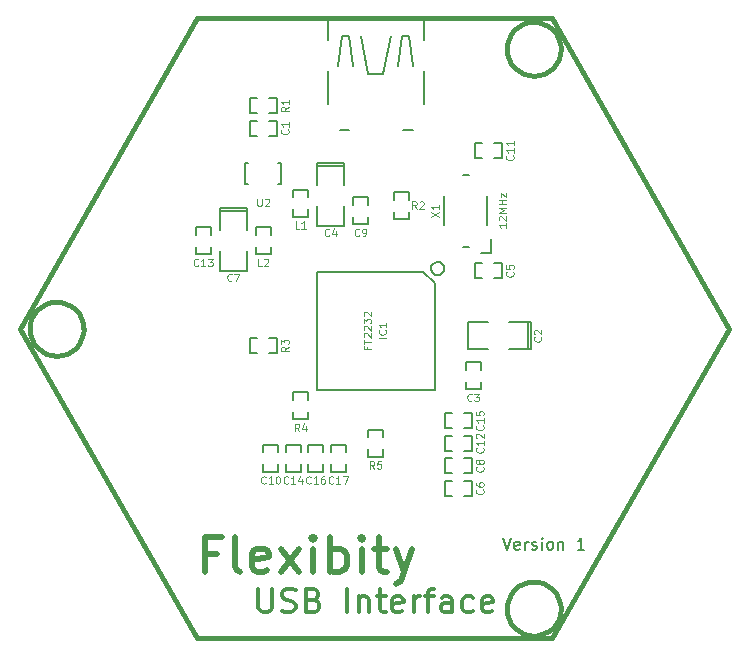
<source format=gto>
G04 (created by PCBNEW-RS274X (2010-03-14)-final) date Fri 27 Jul 2012 11:32:34 MSK*
G01*
G70*
G90*
%MOIN*%
G04 Gerber Fmt 3.4, Leading zero omitted, Abs format*
%FSLAX34Y34*%
G04 APERTURE LIST*
%ADD10C,0.001000*%
%ADD11C,0.006300*%
%ADD12C,0.013100*%
%ADD13C,0.019700*%
%ADD14C,0.015000*%
%ADD15C,0.006000*%
%ADD16C,0.005000*%
%ADD17C,0.008000*%
%ADD18C,0.007000*%
%ADD19C,0.004200*%
G04 APERTURE END LIST*
G54D10*
G54D11*
X61505Y-46655D02*
X61636Y-47049D01*
X61767Y-46655D01*
X62049Y-47031D02*
X62011Y-47049D01*
X61936Y-47049D01*
X61899Y-47031D01*
X61880Y-46993D01*
X61880Y-46843D01*
X61899Y-46806D01*
X61936Y-46787D01*
X62011Y-46787D01*
X62049Y-46806D01*
X62068Y-46843D01*
X62068Y-46881D01*
X61880Y-46918D01*
X62237Y-47049D02*
X62237Y-46787D01*
X62237Y-46862D02*
X62256Y-46824D01*
X62274Y-46806D01*
X62312Y-46787D01*
X62349Y-46787D01*
X62462Y-47031D02*
X62500Y-47049D01*
X62575Y-47049D01*
X62612Y-47031D01*
X62631Y-46993D01*
X62631Y-46974D01*
X62612Y-46937D01*
X62575Y-46918D01*
X62518Y-46918D01*
X62481Y-46899D01*
X62462Y-46862D01*
X62462Y-46843D01*
X62481Y-46806D01*
X62518Y-46787D01*
X62575Y-46787D01*
X62612Y-46806D01*
X62800Y-47049D02*
X62800Y-46787D01*
X62800Y-46655D02*
X62781Y-46674D01*
X62800Y-46693D01*
X62819Y-46674D01*
X62800Y-46655D01*
X62800Y-46693D01*
X63044Y-47049D02*
X63007Y-47031D01*
X62988Y-47012D01*
X62969Y-46974D01*
X62969Y-46862D01*
X62988Y-46824D01*
X63007Y-46806D01*
X63044Y-46787D01*
X63100Y-46787D01*
X63138Y-46806D01*
X63157Y-46824D01*
X63175Y-46862D01*
X63175Y-46974D01*
X63157Y-47012D01*
X63138Y-47031D01*
X63100Y-47049D01*
X63044Y-47049D01*
X63344Y-46787D02*
X63344Y-47049D01*
X63344Y-46824D02*
X63363Y-46806D01*
X63400Y-46787D01*
X63456Y-46787D01*
X63494Y-46806D01*
X63513Y-46843D01*
X63513Y-47049D01*
X64206Y-47049D02*
X63981Y-47049D01*
X64094Y-47049D02*
X64094Y-46655D01*
X64056Y-46712D01*
X64019Y-46749D01*
X63981Y-46768D01*
G54D12*
X53345Y-48350D02*
X53345Y-48987D01*
X53383Y-49062D01*
X53420Y-49100D01*
X53495Y-49137D01*
X53645Y-49137D01*
X53720Y-49100D01*
X53758Y-49062D01*
X53795Y-48987D01*
X53795Y-48350D01*
X54132Y-49100D02*
X54244Y-49137D01*
X54432Y-49137D01*
X54507Y-49100D01*
X54544Y-49062D01*
X54582Y-48987D01*
X54582Y-48912D01*
X54544Y-48837D01*
X54507Y-48800D01*
X54432Y-48762D01*
X54282Y-48725D01*
X54207Y-48687D01*
X54169Y-48650D01*
X54132Y-48575D01*
X54132Y-48500D01*
X54169Y-48425D01*
X54207Y-48388D01*
X54282Y-48350D01*
X54469Y-48350D01*
X54582Y-48388D01*
X55182Y-48725D02*
X55294Y-48762D01*
X55332Y-48800D01*
X55369Y-48875D01*
X55369Y-48987D01*
X55332Y-49062D01*
X55294Y-49100D01*
X55219Y-49137D01*
X54919Y-49137D01*
X54919Y-48350D01*
X55182Y-48350D01*
X55257Y-48388D01*
X55294Y-48425D01*
X55332Y-48500D01*
X55332Y-48575D01*
X55294Y-48650D01*
X55257Y-48687D01*
X55182Y-48725D01*
X54919Y-48725D01*
X56306Y-49137D02*
X56306Y-48350D01*
X56681Y-48612D02*
X56681Y-49137D01*
X56681Y-48687D02*
X56719Y-48650D01*
X56794Y-48612D01*
X56906Y-48612D01*
X56981Y-48650D01*
X57019Y-48725D01*
X57019Y-49137D01*
X57281Y-48612D02*
X57581Y-48612D01*
X57393Y-48350D02*
X57393Y-49025D01*
X57431Y-49100D01*
X57506Y-49137D01*
X57581Y-49137D01*
X58143Y-49100D02*
X58068Y-49137D01*
X57918Y-49137D01*
X57843Y-49100D01*
X57806Y-49025D01*
X57806Y-48725D01*
X57843Y-48650D01*
X57918Y-48612D01*
X58068Y-48612D01*
X58143Y-48650D01*
X58181Y-48725D01*
X58181Y-48800D01*
X57806Y-48875D01*
X58518Y-49137D02*
X58518Y-48612D01*
X58518Y-48762D02*
X58556Y-48687D01*
X58593Y-48650D01*
X58668Y-48612D01*
X58743Y-48612D01*
X58893Y-48612D02*
X59193Y-48612D01*
X59005Y-49137D02*
X59005Y-48462D01*
X59043Y-48388D01*
X59118Y-48350D01*
X59193Y-48350D01*
X59793Y-49137D02*
X59793Y-48725D01*
X59755Y-48650D01*
X59680Y-48612D01*
X59530Y-48612D01*
X59455Y-48650D01*
X59793Y-49100D02*
X59718Y-49137D01*
X59530Y-49137D01*
X59455Y-49100D01*
X59418Y-49025D01*
X59418Y-48950D01*
X59455Y-48875D01*
X59530Y-48837D01*
X59718Y-48837D01*
X59793Y-48800D01*
X60505Y-49100D02*
X60430Y-49137D01*
X60280Y-49137D01*
X60205Y-49100D01*
X60167Y-49062D01*
X60130Y-48987D01*
X60130Y-48762D01*
X60167Y-48687D01*
X60205Y-48650D01*
X60280Y-48612D01*
X60430Y-48612D01*
X60505Y-48650D01*
X61142Y-49100D02*
X61067Y-49137D01*
X60917Y-49137D01*
X60842Y-49100D01*
X60805Y-49025D01*
X60805Y-48725D01*
X60842Y-48650D01*
X60917Y-48612D01*
X61067Y-48612D01*
X61142Y-48650D01*
X61180Y-48725D01*
X61180Y-48800D01*
X60805Y-48875D01*
G54D13*
X51953Y-47182D02*
X51559Y-47182D01*
X51559Y-47801D02*
X51559Y-46620D01*
X52122Y-46620D01*
X52740Y-47801D02*
X52627Y-47744D01*
X52571Y-47632D01*
X52571Y-46620D01*
X53640Y-47744D02*
X53528Y-47801D01*
X53303Y-47801D01*
X53190Y-47744D01*
X53134Y-47632D01*
X53134Y-47182D01*
X53190Y-47069D01*
X53303Y-47013D01*
X53528Y-47013D01*
X53640Y-47069D01*
X53696Y-47182D01*
X53696Y-47294D01*
X53134Y-47407D01*
X54090Y-47801D02*
X54708Y-47013D01*
X54090Y-47013D02*
X54708Y-47801D01*
X55158Y-47801D02*
X55158Y-47013D01*
X55158Y-46620D02*
X55102Y-46676D01*
X55158Y-46732D01*
X55214Y-46676D01*
X55158Y-46620D01*
X55158Y-46732D01*
X55720Y-47801D02*
X55720Y-46620D01*
X55720Y-47069D02*
X55833Y-47013D01*
X56058Y-47013D01*
X56170Y-47069D01*
X56226Y-47126D01*
X56283Y-47238D01*
X56283Y-47576D01*
X56226Y-47688D01*
X56170Y-47744D01*
X56058Y-47801D01*
X55833Y-47801D01*
X55720Y-47744D01*
X56789Y-47801D02*
X56789Y-47013D01*
X56789Y-46620D02*
X56733Y-46676D01*
X56789Y-46732D01*
X56845Y-46676D01*
X56789Y-46620D01*
X56789Y-46732D01*
X57182Y-47013D02*
X57632Y-47013D01*
X57351Y-46620D02*
X57351Y-47632D01*
X57407Y-47744D01*
X57520Y-47801D01*
X57632Y-47801D01*
X57914Y-47013D02*
X58195Y-47801D01*
X58476Y-47013D02*
X58195Y-47801D01*
X58082Y-48082D01*
X58026Y-48138D01*
X57914Y-48194D01*
G54D14*
X45400Y-39699D02*
X51305Y-29331D01*
X51305Y-50000D02*
X45400Y-39699D01*
X63116Y-50000D02*
X51305Y-50000D01*
X69022Y-39699D02*
X63116Y-50000D01*
X63116Y-29331D02*
X69022Y-39699D01*
X51305Y-29331D02*
X63116Y-29331D01*
G54D15*
X54091Y-34854D02*
X54012Y-34854D01*
X54091Y-34854D02*
X54091Y-34146D01*
X54091Y-34146D02*
X54012Y-34146D01*
X52909Y-34146D02*
X52988Y-34146D01*
X52909Y-34854D02*
X52988Y-34854D01*
X52909Y-34146D02*
X52909Y-34854D01*
G54D16*
X62339Y-40371D02*
X62439Y-40371D01*
X62439Y-40371D02*
X62439Y-39471D01*
X62439Y-39471D02*
X62339Y-39471D01*
X62339Y-40371D02*
X62339Y-39471D01*
X62339Y-39471D02*
X61689Y-39471D01*
X60989Y-40371D02*
X60339Y-40371D01*
X60339Y-40371D02*
X60339Y-39471D01*
X60339Y-39471D02*
X60989Y-39471D01*
X61689Y-40371D02*
X62339Y-40371D01*
X56200Y-34250D02*
X56200Y-34150D01*
X56200Y-34150D02*
X55300Y-34150D01*
X55300Y-34150D02*
X55300Y-34250D01*
X56200Y-34250D02*
X55300Y-34250D01*
X55300Y-34250D02*
X55300Y-34900D01*
X56200Y-35600D02*
X56200Y-36250D01*
X56200Y-36250D02*
X55300Y-36250D01*
X55300Y-36250D02*
X55300Y-35600D01*
X56200Y-34900D02*
X56200Y-34250D01*
X52950Y-35750D02*
X52950Y-35650D01*
X52950Y-35650D02*
X52050Y-35650D01*
X52050Y-35650D02*
X52050Y-35750D01*
X52950Y-35750D02*
X52050Y-35750D01*
X52050Y-35750D02*
X52050Y-36400D01*
X52950Y-37100D02*
X52950Y-37750D01*
X52950Y-37750D02*
X52050Y-37750D01*
X52050Y-37750D02*
X52050Y-37100D01*
X52950Y-36400D02*
X52950Y-35750D01*
G54D15*
X53950Y-33250D02*
X53700Y-33250D01*
X53050Y-33250D02*
X53300Y-33250D01*
X53050Y-32750D02*
X53050Y-33250D01*
X53950Y-32750D02*
X53950Y-33250D01*
X53050Y-32750D02*
X53300Y-32750D01*
X53950Y-32750D02*
X53700Y-32750D01*
X57500Y-43050D02*
X57500Y-43300D01*
X57500Y-43950D02*
X57500Y-43700D01*
X57000Y-43950D02*
X57500Y-43950D01*
X57000Y-43050D02*
X57500Y-43050D01*
X57000Y-43950D02*
X57000Y-43700D01*
X57000Y-43050D02*
X57000Y-43300D01*
X55000Y-41800D02*
X55000Y-42050D01*
X55000Y-42700D02*
X55000Y-42450D01*
X54500Y-42700D02*
X55000Y-42700D01*
X54500Y-41800D02*
X55000Y-41800D01*
X54500Y-42700D02*
X54500Y-42450D01*
X54500Y-41800D02*
X54500Y-42050D01*
X53950Y-40500D02*
X53700Y-40500D01*
X53050Y-40500D02*
X53300Y-40500D01*
X53050Y-40000D02*
X53050Y-40500D01*
X53950Y-40000D02*
X53950Y-40500D01*
X53050Y-40000D02*
X53300Y-40000D01*
X53950Y-40000D02*
X53700Y-40000D01*
X58360Y-35141D02*
X58360Y-35391D01*
X58360Y-36041D02*
X58360Y-35791D01*
X57860Y-36041D02*
X58360Y-36041D01*
X57860Y-35141D02*
X58360Y-35141D01*
X57860Y-36041D02*
X57860Y-35791D01*
X57860Y-35141D02*
X57860Y-35391D01*
X53050Y-32000D02*
X53300Y-32000D01*
X53950Y-32000D02*
X53700Y-32000D01*
X53950Y-32500D02*
X53950Y-32000D01*
X53050Y-32500D02*
X53050Y-32000D01*
X53950Y-32500D02*
X53700Y-32500D01*
X53050Y-32500D02*
X53300Y-32500D01*
X53750Y-36300D02*
X53750Y-36550D01*
X53750Y-37200D02*
X53750Y-36950D01*
X53250Y-37200D02*
X53750Y-37200D01*
X53250Y-36300D02*
X53750Y-36300D01*
X53250Y-37200D02*
X53250Y-36950D01*
X53250Y-36300D02*
X53250Y-36550D01*
X55000Y-35050D02*
X55000Y-35300D01*
X55000Y-35950D02*
X55000Y-35700D01*
X54500Y-35950D02*
X55000Y-35950D01*
X54500Y-35050D02*
X55000Y-35050D01*
X54500Y-35950D02*
X54500Y-35700D01*
X54500Y-35050D02*
X54500Y-35300D01*
X55750Y-44450D02*
X55750Y-44200D01*
X55750Y-43550D02*
X55750Y-43800D01*
X56250Y-43550D02*
X55750Y-43550D01*
X56250Y-44450D02*
X55750Y-44450D01*
X56250Y-43550D02*
X56250Y-43800D01*
X56250Y-44450D02*
X56250Y-44200D01*
X55000Y-44450D02*
X55000Y-44200D01*
X55000Y-43550D02*
X55000Y-43800D01*
X55500Y-43550D02*
X55000Y-43550D01*
X55500Y-44450D02*
X55000Y-44450D01*
X55500Y-43550D02*
X55500Y-43800D01*
X55500Y-44450D02*
X55500Y-44200D01*
X60450Y-43000D02*
X60200Y-43000D01*
X59550Y-43000D02*
X59800Y-43000D01*
X59550Y-42500D02*
X59550Y-43000D01*
X60450Y-42500D02*
X60450Y-43000D01*
X59550Y-42500D02*
X59800Y-42500D01*
X60450Y-42500D02*
X60200Y-42500D01*
X54250Y-44450D02*
X54250Y-44200D01*
X54250Y-43550D02*
X54250Y-43800D01*
X54750Y-43550D02*
X54250Y-43550D01*
X54750Y-44450D02*
X54250Y-44450D01*
X54750Y-43550D02*
X54750Y-43800D01*
X54750Y-44450D02*
X54750Y-44200D01*
X51750Y-36300D02*
X51750Y-36550D01*
X51750Y-37200D02*
X51750Y-36950D01*
X51250Y-37200D02*
X51750Y-37200D01*
X51250Y-36300D02*
X51750Y-36300D01*
X51250Y-37200D02*
X51250Y-36950D01*
X51250Y-36300D02*
X51250Y-36550D01*
X60450Y-43750D02*
X60200Y-43750D01*
X59550Y-43750D02*
X59800Y-43750D01*
X59550Y-43250D02*
X59550Y-43750D01*
X60450Y-43250D02*
X60450Y-43750D01*
X59550Y-43250D02*
X59800Y-43250D01*
X60450Y-43250D02*
X60200Y-43250D01*
X61450Y-34000D02*
X61200Y-34000D01*
X60550Y-34000D02*
X60800Y-34000D01*
X60550Y-33500D02*
X60550Y-34000D01*
X61450Y-33500D02*
X61450Y-34000D01*
X60550Y-33500D02*
X60800Y-33500D01*
X61450Y-33500D02*
X61200Y-33500D01*
X53500Y-44450D02*
X53500Y-44200D01*
X53500Y-43550D02*
X53500Y-43800D01*
X54000Y-43550D02*
X53500Y-43550D01*
X54000Y-44450D02*
X53500Y-44450D01*
X54000Y-43550D02*
X54000Y-43800D01*
X54000Y-44450D02*
X54000Y-44200D01*
X57000Y-35300D02*
X57000Y-35550D01*
X57000Y-36200D02*
X57000Y-35950D01*
X56500Y-36200D02*
X57000Y-36200D01*
X56500Y-35300D02*
X57000Y-35300D01*
X56500Y-36200D02*
X56500Y-35950D01*
X56500Y-35300D02*
X56500Y-35550D01*
X60450Y-44500D02*
X60200Y-44500D01*
X59550Y-44500D02*
X59800Y-44500D01*
X59550Y-44000D02*
X59550Y-44500D01*
X60450Y-44000D02*
X60450Y-44500D01*
X59550Y-44000D02*
X59800Y-44000D01*
X60450Y-44000D02*
X60200Y-44000D01*
X60450Y-45250D02*
X60200Y-45250D01*
X59550Y-45250D02*
X59800Y-45250D01*
X59550Y-44750D02*
X59550Y-45250D01*
X60450Y-44750D02*
X60450Y-45250D01*
X59550Y-44750D02*
X59800Y-44750D01*
X60450Y-44750D02*
X60200Y-44750D01*
X61450Y-38000D02*
X61200Y-38000D01*
X60550Y-38000D02*
X60800Y-38000D01*
X60550Y-37500D02*
X60550Y-38000D01*
X61450Y-37500D02*
X61450Y-38000D01*
X60550Y-37500D02*
X60800Y-37500D01*
X61450Y-37500D02*
X61200Y-37500D01*
X60250Y-41700D02*
X60250Y-41450D01*
X60250Y-40800D02*
X60250Y-41050D01*
X60750Y-40800D02*
X60250Y-40800D01*
X60750Y-41700D02*
X60250Y-41700D01*
X60750Y-40800D02*
X60750Y-41050D01*
X60750Y-41700D02*
X60750Y-41450D01*
G54D17*
X59537Y-37683D02*
X59532Y-37725D01*
X59520Y-37766D01*
X59500Y-37804D01*
X59473Y-37838D01*
X59440Y-37865D01*
X59402Y-37885D01*
X59361Y-37898D01*
X59318Y-37902D01*
X59276Y-37899D01*
X59235Y-37886D01*
X59197Y-37867D01*
X59164Y-37840D01*
X59136Y-37807D01*
X59115Y-37769D01*
X59102Y-37728D01*
X59098Y-37686D01*
X59101Y-37644D01*
X59113Y-37603D01*
X59133Y-37564D01*
X59159Y-37531D01*
X59192Y-37503D01*
X59229Y-37482D01*
X59270Y-37469D01*
X59313Y-37464D01*
X59355Y-37467D01*
X59396Y-37478D01*
X59434Y-37498D01*
X59468Y-37524D01*
X59496Y-37557D01*
X59517Y-37594D01*
X59531Y-37635D01*
X59536Y-37677D01*
X59537Y-37683D01*
X58825Y-37781D02*
X59219Y-38175D01*
X59219Y-41719D02*
X55281Y-41719D01*
X55281Y-41719D02*
X55281Y-37781D01*
X55281Y-37781D02*
X58825Y-37781D01*
X59219Y-41719D02*
X59219Y-38175D01*
G54D18*
X60750Y-37150D02*
X61100Y-37150D01*
X61100Y-37150D02*
X61100Y-36700D01*
G54D17*
X60350Y-36950D02*
X60150Y-36950D01*
X60350Y-34550D02*
X60150Y-34550D01*
X60959Y-36222D02*
X60959Y-35278D01*
X59541Y-35278D02*
X59541Y-36222D01*
G54D14*
X63420Y-30354D02*
X63402Y-30528D01*
X63352Y-30696D01*
X63269Y-30852D01*
X63158Y-30988D01*
X63023Y-31100D01*
X62868Y-31183D01*
X62700Y-31235D01*
X62526Y-31253D01*
X62352Y-31238D01*
X62183Y-31188D01*
X62028Y-31107D01*
X61891Y-30997D01*
X61778Y-30862D01*
X61693Y-30708D01*
X61640Y-30541D01*
X61621Y-30366D01*
X61635Y-30192D01*
X61684Y-30023D01*
X61764Y-29867D01*
X61873Y-29729D01*
X62007Y-29615D01*
X62160Y-29530D01*
X62327Y-29475D01*
X62502Y-29455D01*
X62676Y-29468D01*
X62845Y-29515D01*
X63002Y-29595D01*
X63140Y-29703D01*
X63255Y-29836D01*
X63342Y-29988D01*
X63397Y-30155D01*
X63419Y-30329D01*
X63420Y-30354D01*
X47514Y-39685D02*
X47496Y-39859D01*
X47446Y-40027D01*
X47363Y-40183D01*
X47252Y-40319D01*
X47117Y-40431D01*
X46962Y-40514D01*
X46794Y-40566D01*
X46620Y-40584D01*
X46446Y-40569D01*
X46277Y-40519D01*
X46122Y-40438D01*
X45985Y-40328D01*
X45872Y-40193D01*
X45787Y-40039D01*
X45734Y-39872D01*
X45715Y-39697D01*
X45729Y-39523D01*
X45778Y-39354D01*
X45858Y-39198D01*
X45967Y-39060D01*
X46101Y-38946D01*
X46254Y-38861D01*
X46421Y-38806D01*
X46596Y-38786D01*
X46770Y-38799D01*
X46939Y-38846D01*
X47096Y-38926D01*
X47234Y-39034D01*
X47349Y-39167D01*
X47436Y-39319D01*
X47491Y-39486D01*
X47513Y-39660D01*
X47514Y-39685D01*
X63420Y-49016D02*
X63402Y-49190D01*
X63352Y-49358D01*
X63269Y-49514D01*
X63158Y-49650D01*
X63023Y-49762D01*
X62868Y-49845D01*
X62700Y-49897D01*
X62526Y-49915D01*
X62352Y-49900D01*
X62183Y-49850D01*
X62028Y-49769D01*
X61891Y-49659D01*
X61778Y-49524D01*
X61693Y-49370D01*
X61640Y-49203D01*
X61621Y-49028D01*
X61635Y-48854D01*
X61684Y-48685D01*
X61764Y-48529D01*
X61873Y-48391D01*
X62007Y-48277D01*
X62160Y-48192D01*
X62327Y-48137D01*
X62502Y-48117D01*
X62676Y-48130D01*
X62845Y-48177D01*
X63002Y-48257D01*
X63140Y-48365D01*
X63255Y-48498D01*
X63342Y-48650D01*
X63397Y-48817D01*
X63419Y-48991D01*
X63420Y-49016D01*
G54D17*
X58864Y-29289D02*
X58864Y-30077D01*
X55675Y-30077D02*
X55675Y-29289D01*
X58864Y-29289D02*
X55675Y-29289D01*
X55675Y-31110D02*
X55675Y-32193D01*
X58864Y-32193D02*
X58864Y-31110D01*
X56350Y-33050D02*
X56050Y-33050D01*
X58500Y-33050D02*
X58150Y-33050D01*
G54D16*
X57750Y-29934D02*
X57500Y-31184D01*
X57500Y-31184D02*
X57000Y-31184D01*
X57000Y-31184D02*
X56750Y-29934D01*
X56000Y-30934D02*
X56125Y-29934D01*
X56125Y-29934D02*
X56375Y-29934D01*
X56375Y-29934D02*
X56500Y-30934D01*
X58500Y-30934D02*
X58375Y-29934D01*
X58375Y-29934D02*
X58125Y-29934D01*
X58125Y-29934D02*
X58000Y-30934D01*
G54D19*
X53310Y-35351D02*
X53310Y-35554D01*
X53321Y-35577D01*
X53333Y-35589D01*
X53357Y-35601D01*
X53405Y-35601D01*
X53429Y-35589D01*
X53440Y-35577D01*
X53452Y-35554D01*
X53452Y-35351D01*
X53560Y-35375D02*
X53572Y-35363D01*
X53595Y-35351D01*
X53655Y-35351D01*
X53679Y-35363D01*
X53691Y-35375D01*
X53702Y-35399D01*
X53702Y-35423D01*
X53691Y-35458D01*
X53548Y-35601D01*
X53702Y-35601D01*
X62754Y-39963D02*
X62766Y-39975D01*
X62778Y-40010D01*
X62778Y-40034D01*
X62766Y-40070D01*
X62742Y-40094D01*
X62719Y-40105D01*
X62671Y-40117D01*
X62635Y-40117D01*
X62588Y-40105D01*
X62564Y-40094D01*
X62540Y-40070D01*
X62528Y-40034D01*
X62528Y-40010D01*
X62540Y-39975D01*
X62552Y-39963D01*
X62552Y-39867D02*
X62540Y-39855D01*
X62528Y-39832D01*
X62528Y-39772D01*
X62540Y-39748D01*
X62552Y-39736D01*
X62576Y-39725D01*
X62600Y-39725D01*
X62635Y-39736D01*
X62778Y-39879D01*
X62778Y-39725D01*
X55708Y-36577D02*
X55696Y-36589D01*
X55661Y-36601D01*
X55637Y-36601D01*
X55601Y-36589D01*
X55577Y-36565D01*
X55566Y-36542D01*
X55554Y-36494D01*
X55554Y-36458D01*
X55566Y-36411D01*
X55577Y-36387D01*
X55601Y-36363D01*
X55637Y-36351D01*
X55661Y-36351D01*
X55696Y-36363D01*
X55708Y-36375D01*
X55923Y-36435D02*
X55923Y-36601D01*
X55863Y-36339D02*
X55804Y-36518D01*
X55958Y-36518D01*
X52458Y-38077D02*
X52446Y-38089D01*
X52411Y-38101D01*
X52387Y-38101D01*
X52351Y-38089D01*
X52327Y-38065D01*
X52316Y-38042D01*
X52304Y-37994D01*
X52304Y-37958D01*
X52316Y-37911D01*
X52327Y-37887D01*
X52351Y-37863D01*
X52387Y-37851D01*
X52411Y-37851D01*
X52446Y-37863D01*
X52458Y-37875D01*
X52542Y-37851D02*
X52708Y-37851D01*
X52601Y-38101D01*
X54327Y-33042D02*
X54339Y-33054D01*
X54351Y-33089D01*
X54351Y-33113D01*
X54339Y-33149D01*
X54315Y-33173D01*
X54292Y-33184D01*
X54244Y-33196D01*
X54208Y-33196D01*
X54161Y-33184D01*
X54137Y-33173D01*
X54113Y-33149D01*
X54101Y-33113D01*
X54101Y-33089D01*
X54113Y-33054D01*
X54125Y-33042D01*
X54351Y-32804D02*
X54351Y-32946D01*
X54351Y-32875D02*
X54101Y-32875D01*
X54137Y-32899D01*
X54161Y-32923D01*
X54173Y-32946D01*
X57208Y-44351D02*
X57125Y-44232D01*
X57066Y-44351D02*
X57066Y-44101D01*
X57161Y-44101D01*
X57185Y-44113D01*
X57196Y-44125D01*
X57208Y-44149D01*
X57208Y-44185D01*
X57196Y-44208D01*
X57185Y-44220D01*
X57161Y-44232D01*
X57066Y-44232D01*
X57435Y-44101D02*
X57316Y-44101D01*
X57304Y-44220D01*
X57316Y-44208D01*
X57339Y-44196D01*
X57399Y-44196D01*
X57423Y-44208D01*
X57435Y-44220D01*
X57446Y-44244D01*
X57446Y-44304D01*
X57435Y-44327D01*
X57423Y-44339D01*
X57399Y-44351D01*
X57339Y-44351D01*
X57316Y-44339D01*
X57304Y-44327D01*
X54708Y-43101D02*
X54625Y-42982D01*
X54566Y-43101D02*
X54566Y-42851D01*
X54661Y-42851D01*
X54685Y-42863D01*
X54696Y-42875D01*
X54708Y-42899D01*
X54708Y-42935D01*
X54696Y-42958D01*
X54685Y-42970D01*
X54661Y-42982D01*
X54566Y-42982D01*
X54923Y-42935D02*
X54923Y-43101D01*
X54863Y-42839D02*
X54804Y-43018D01*
X54958Y-43018D01*
X54351Y-40292D02*
X54232Y-40375D01*
X54351Y-40434D02*
X54101Y-40434D01*
X54101Y-40339D01*
X54113Y-40315D01*
X54125Y-40304D01*
X54149Y-40292D01*
X54185Y-40292D01*
X54208Y-40304D01*
X54220Y-40315D01*
X54232Y-40339D01*
X54232Y-40434D01*
X54101Y-40208D02*
X54101Y-40054D01*
X54196Y-40137D01*
X54196Y-40101D01*
X54208Y-40077D01*
X54220Y-40065D01*
X54244Y-40054D01*
X54304Y-40054D01*
X54327Y-40065D01*
X54339Y-40077D01*
X54351Y-40101D01*
X54351Y-40173D01*
X54339Y-40196D01*
X54327Y-40208D01*
X58619Y-35692D02*
X58536Y-35573D01*
X58477Y-35692D02*
X58477Y-35442D01*
X58572Y-35442D01*
X58596Y-35454D01*
X58607Y-35466D01*
X58619Y-35490D01*
X58619Y-35526D01*
X58607Y-35549D01*
X58596Y-35561D01*
X58572Y-35573D01*
X58477Y-35573D01*
X58715Y-35466D02*
X58727Y-35454D01*
X58750Y-35442D01*
X58810Y-35442D01*
X58834Y-35454D01*
X58846Y-35466D01*
X58857Y-35490D01*
X58857Y-35514D01*
X58846Y-35549D01*
X58703Y-35692D01*
X58857Y-35692D01*
X54351Y-32292D02*
X54232Y-32375D01*
X54351Y-32434D02*
X54101Y-32434D01*
X54101Y-32339D01*
X54113Y-32315D01*
X54125Y-32304D01*
X54149Y-32292D01*
X54185Y-32292D01*
X54208Y-32304D01*
X54220Y-32315D01*
X54232Y-32339D01*
X54232Y-32434D01*
X54351Y-32054D02*
X54351Y-32196D01*
X54351Y-32125D02*
X54101Y-32125D01*
X54137Y-32149D01*
X54161Y-32173D01*
X54173Y-32196D01*
X53459Y-37601D02*
X53340Y-37601D01*
X53340Y-37351D01*
X53530Y-37375D02*
X53542Y-37363D01*
X53565Y-37351D01*
X53625Y-37351D01*
X53649Y-37363D01*
X53661Y-37375D01*
X53672Y-37399D01*
X53672Y-37423D01*
X53661Y-37458D01*
X53518Y-37601D01*
X53672Y-37601D01*
X54709Y-36351D02*
X54590Y-36351D01*
X54590Y-36101D01*
X54922Y-36351D02*
X54780Y-36351D01*
X54851Y-36351D02*
X54851Y-36101D01*
X54827Y-36137D01*
X54803Y-36161D01*
X54780Y-36173D01*
X55839Y-44827D02*
X55827Y-44839D01*
X55792Y-44851D01*
X55768Y-44851D01*
X55732Y-44839D01*
X55708Y-44815D01*
X55697Y-44792D01*
X55685Y-44744D01*
X55685Y-44708D01*
X55697Y-44661D01*
X55708Y-44637D01*
X55732Y-44613D01*
X55768Y-44601D01*
X55792Y-44601D01*
X55827Y-44613D01*
X55839Y-44625D01*
X56077Y-44851D02*
X55935Y-44851D01*
X56006Y-44851D02*
X56006Y-44601D01*
X55982Y-44637D01*
X55958Y-44661D01*
X55935Y-44673D01*
X56161Y-44601D02*
X56327Y-44601D01*
X56220Y-44851D01*
X55089Y-44827D02*
X55077Y-44839D01*
X55042Y-44851D01*
X55018Y-44851D01*
X54982Y-44839D01*
X54958Y-44815D01*
X54947Y-44792D01*
X54935Y-44744D01*
X54935Y-44708D01*
X54947Y-44661D01*
X54958Y-44637D01*
X54982Y-44613D01*
X55018Y-44601D01*
X55042Y-44601D01*
X55077Y-44613D01*
X55089Y-44625D01*
X55327Y-44851D02*
X55185Y-44851D01*
X55256Y-44851D02*
X55256Y-44601D01*
X55232Y-44637D01*
X55208Y-44661D01*
X55185Y-44673D01*
X55542Y-44601D02*
X55494Y-44601D01*
X55470Y-44613D01*
X55458Y-44625D01*
X55435Y-44661D01*
X55423Y-44708D01*
X55423Y-44804D01*
X55435Y-44827D01*
X55446Y-44839D01*
X55470Y-44851D01*
X55518Y-44851D01*
X55542Y-44839D01*
X55554Y-44827D01*
X55565Y-44804D01*
X55565Y-44744D01*
X55554Y-44720D01*
X55542Y-44708D01*
X55518Y-44696D01*
X55470Y-44696D01*
X55446Y-44708D01*
X55435Y-44720D01*
X55423Y-44744D01*
X60827Y-42911D02*
X60839Y-42923D01*
X60851Y-42958D01*
X60851Y-42982D01*
X60839Y-43018D01*
X60815Y-43042D01*
X60792Y-43053D01*
X60744Y-43065D01*
X60708Y-43065D01*
X60661Y-43053D01*
X60637Y-43042D01*
X60613Y-43018D01*
X60601Y-42982D01*
X60601Y-42958D01*
X60613Y-42923D01*
X60625Y-42911D01*
X60851Y-42673D02*
X60851Y-42815D01*
X60851Y-42744D02*
X60601Y-42744D01*
X60637Y-42768D01*
X60661Y-42792D01*
X60673Y-42815D01*
X60601Y-42446D02*
X60601Y-42565D01*
X60720Y-42577D01*
X60708Y-42565D01*
X60696Y-42542D01*
X60696Y-42482D01*
X60708Y-42458D01*
X60720Y-42446D01*
X60744Y-42435D01*
X60804Y-42435D01*
X60827Y-42446D01*
X60839Y-42458D01*
X60851Y-42482D01*
X60851Y-42542D01*
X60839Y-42565D01*
X60827Y-42577D01*
X54339Y-44827D02*
X54327Y-44839D01*
X54292Y-44851D01*
X54268Y-44851D01*
X54232Y-44839D01*
X54208Y-44815D01*
X54197Y-44792D01*
X54185Y-44744D01*
X54185Y-44708D01*
X54197Y-44661D01*
X54208Y-44637D01*
X54232Y-44613D01*
X54268Y-44601D01*
X54292Y-44601D01*
X54327Y-44613D01*
X54339Y-44625D01*
X54577Y-44851D02*
X54435Y-44851D01*
X54506Y-44851D02*
X54506Y-44601D01*
X54482Y-44637D01*
X54458Y-44661D01*
X54435Y-44673D01*
X54792Y-44685D02*
X54792Y-44851D01*
X54732Y-44589D02*
X54673Y-44768D01*
X54827Y-44768D01*
X51339Y-37577D02*
X51327Y-37589D01*
X51292Y-37601D01*
X51268Y-37601D01*
X51232Y-37589D01*
X51208Y-37565D01*
X51197Y-37542D01*
X51185Y-37494D01*
X51185Y-37458D01*
X51197Y-37411D01*
X51208Y-37387D01*
X51232Y-37363D01*
X51268Y-37351D01*
X51292Y-37351D01*
X51327Y-37363D01*
X51339Y-37375D01*
X51577Y-37601D02*
X51435Y-37601D01*
X51506Y-37601D02*
X51506Y-37351D01*
X51482Y-37387D01*
X51458Y-37411D01*
X51435Y-37423D01*
X51661Y-37351D02*
X51815Y-37351D01*
X51732Y-37446D01*
X51768Y-37446D01*
X51792Y-37458D01*
X51804Y-37470D01*
X51815Y-37494D01*
X51815Y-37554D01*
X51804Y-37577D01*
X51792Y-37589D01*
X51768Y-37601D01*
X51696Y-37601D01*
X51673Y-37589D01*
X51661Y-37577D01*
X60827Y-43661D02*
X60839Y-43673D01*
X60851Y-43708D01*
X60851Y-43732D01*
X60839Y-43768D01*
X60815Y-43792D01*
X60792Y-43803D01*
X60744Y-43815D01*
X60708Y-43815D01*
X60661Y-43803D01*
X60637Y-43792D01*
X60613Y-43768D01*
X60601Y-43732D01*
X60601Y-43708D01*
X60613Y-43673D01*
X60625Y-43661D01*
X60851Y-43423D02*
X60851Y-43565D01*
X60851Y-43494D02*
X60601Y-43494D01*
X60637Y-43518D01*
X60661Y-43542D01*
X60673Y-43565D01*
X60625Y-43327D02*
X60613Y-43315D01*
X60601Y-43292D01*
X60601Y-43232D01*
X60613Y-43208D01*
X60625Y-43196D01*
X60649Y-43185D01*
X60673Y-43185D01*
X60708Y-43196D01*
X60851Y-43339D01*
X60851Y-43185D01*
X61827Y-33911D02*
X61839Y-33923D01*
X61851Y-33958D01*
X61851Y-33982D01*
X61839Y-34018D01*
X61815Y-34042D01*
X61792Y-34053D01*
X61744Y-34065D01*
X61708Y-34065D01*
X61661Y-34053D01*
X61637Y-34042D01*
X61613Y-34018D01*
X61601Y-33982D01*
X61601Y-33958D01*
X61613Y-33923D01*
X61625Y-33911D01*
X61851Y-33673D02*
X61851Y-33815D01*
X61851Y-33744D02*
X61601Y-33744D01*
X61637Y-33768D01*
X61661Y-33792D01*
X61673Y-33815D01*
X61851Y-33435D02*
X61851Y-33577D01*
X61851Y-33506D02*
X61601Y-33506D01*
X61637Y-33530D01*
X61661Y-33554D01*
X61673Y-33577D01*
X53589Y-44827D02*
X53577Y-44839D01*
X53542Y-44851D01*
X53518Y-44851D01*
X53482Y-44839D01*
X53458Y-44815D01*
X53447Y-44792D01*
X53435Y-44744D01*
X53435Y-44708D01*
X53447Y-44661D01*
X53458Y-44637D01*
X53482Y-44613D01*
X53518Y-44601D01*
X53542Y-44601D01*
X53577Y-44613D01*
X53589Y-44625D01*
X53827Y-44851D02*
X53685Y-44851D01*
X53756Y-44851D02*
X53756Y-44601D01*
X53732Y-44637D01*
X53708Y-44661D01*
X53685Y-44673D01*
X53982Y-44601D02*
X54006Y-44601D01*
X54030Y-44613D01*
X54042Y-44625D01*
X54054Y-44649D01*
X54065Y-44696D01*
X54065Y-44756D01*
X54054Y-44804D01*
X54042Y-44827D01*
X54030Y-44839D01*
X54006Y-44851D01*
X53982Y-44851D01*
X53958Y-44839D01*
X53946Y-44827D01*
X53935Y-44804D01*
X53923Y-44756D01*
X53923Y-44696D01*
X53935Y-44649D01*
X53946Y-44625D01*
X53958Y-44613D01*
X53982Y-44601D01*
X56708Y-36577D02*
X56696Y-36589D01*
X56661Y-36601D01*
X56637Y-36601D01*
X56601Y-36589D01*
X56577Y-36565D01*
X56566Y-36542D01*
X56554Y-36494D01*
X56554Y-36458D01*
X56566Y-36411D01*
X56577Y-36387D01*
X56601Y-36363D01*
X56637Y-36351D01*
X56661Y-36351D01*
X56696Y-36363D01*
X56708Y-36375D01*
X56827Y-36601D02*
X56875Y-36601D01*
X56899Y-36589D01*
X56911Y-36577D01*
X56935Y-36542D01*
X56946Y-36494D01*
X56946Y-36399D01*
X56935Y-36375D01*
X56923Y-36363D01*
X56899Y-36351D01*
X56851Y-36351D01*
X56827Y-36363D01*
X56816Y-36375D01*
X56804Y-36399D01*
X56804Y-36458D01*
X56816Y-36482D01*
X56827Y-36494D01*
X56851Y-36506D01*
X56899Y-36506D01*
X56923Y-36494D01*
X56935Y-36482D01*
X56946Y-36458D01*
X60827Y-44292D02*
X60839Y-44304D01*
X60851Y-44339D01*
X60851Y-44363D01*
X60839Y-44399D01*
X60815Y-44423D01*
X60792Y-44434D01*
X60744Y-44446D01*
X60708Y-44446D01*
X60661Y-44434D01*
X60637Y-44423D01*
X60613Y-44399D01*
X60601Y-44363D01*
X60601Y-44339D01*
X60613Y-44304D01*
X60625Y-44292D01*
X60708Y-44149D02*
X60696Y-44173D01*
X60685Y-44184D01*
X60661Y-44196D01*
X60649Y-44196D01*
X60625Y-44184D01*
X60613Y-44173D01*
X60601Y-44149D01*
X60601Y-44101D01*
X60613Y-44077D01*
X60625Y-44065D01*
X60649Y-44054D01*
X60661Y-44054D01*
X60685Y-44065D01*
X60696Y-44077D01*
X60708Y-44101D01*
X60708Y-44149D01*
X60720Y-44173D01*
X60732Y-44184D01*
X60756Y-44196D01*
X60804Y-44196D01*
X60827Y-44184D01*
X60839Y-44173D01*
X60851Y-44149D01*
X60851Y-44101D01*
X60839Y-44077D01*
X60827Y-44065D01*
X60804Y-44054D01*
X60756Y-44054D01*
X60732Y-44065D01*
X60720Y-44077D01*
X60708Y-44101D01*
X60827Y-45042D02*
X60839Y-45054D01*
X60851Y-45089D01*
X60851Y-45113D01*
X60839Y-45149D01*
X60815Y-45173D01*
X60792Y-45184D01*
X60744Y-45196D01*
X60708Y-45196D01*
X60661Y-45184D01*
X60637Y-45173D01*
X60613Y-45149D01*
X60601Y-45113D01*
X60601Y-45089D01*
X60613Y-45054D01*
X60625Y-45042D01*
X60601Y-44827D02*
X60601Y-44875D01*
X60613Y-44899D01*
X60625Y-44911D01*
X60661Y-44934D01*
X60708Y-44946D01*
X60804Y-44946D01*
X60827Y-44934D01*
X60839Y-44923D01*
X60851Y-44899D01*
X60851Y-44851D01*
X60839Y-44827D01*
X60827Y-44815D01*
X60804Y-44804D01*
X60744Y-44804D01*
X60720Y-44815D01*
X60708Y-44827D01*
X60696Y-44851D01*
X60696Y-44899D01*
X60708Y-44923D01*
X60720Y-44934D01*
X60744Y-44946D01*
X61827Y-37792D02*
X61839Y-37804D01*
X61851Y-37839D01*
X61851Y-37863D01*
X61839Y-37899D01*
X61815Y-37923D01*
X61792Y-37934D01*
X61744Y-37946D01*
X61708Y-37946D01*
X61661Y-37934D01*
X61637Y-37923D01*
X61613Y-37899D01*
X61601Y-37863D01*
X61601Y-37839D01*
X61613Y-37804D01*
X61625Y-37792D01*
X61601Y-37565D02*
X61601Y-37684D01*
X61720Y-37696D01*
X61708Y-37684D01*
X61696Y-37661D01*
X61696Y-37601D01*
X61708Y-37577D01*
X61720Y-37565D01*
X61744Y-37554D01*
X61804Y-37554D01*
X61827Y-37565D01*
X61839Y-37577D01*
X61851Y-37601D01*
X61851Y-37661D01*
X61839Y-37684D01*
X61827Y-37696D01*
X60458Y-42077D02*
X60446Y-42089D01*
X60411Y-42101D01*
X60387Y-42101D01*
X60351Y-42089D01*
X60327Y-42065D01*
X60316Y-42042D01*
X60304Y-41994D01*
X60304Y-41958D01*
X60316Y-41911D01*
X60327Y-41887D01*
X60351Y-41863D01*
X60387Y-41851D01*
X60411Y-41851D01*
X60446Y-41863D01*
X60458Y-41875D01*
X60542Y-41851D02*
X60696Y-41851D01*
X60613Y-41946D01*
X60649Y-41946D01*
X60673Y-41958D01*
X60685Y-41970D01*
X60696Y-41994D01*
X60696Y-42054D01*
X60685Y-42077D01*
X60673Y-42089D01*
X60649Y-42101D01*
X60577Y-42101D01*
X60554Y-42089D01*
X60542Y-42077D01*
X57601Y-39993D02*
X57351Y-39993D01*
X57577Y-39732D02*
X57589Y-39744D01*
X57601Y-39779D01*
X57601Y-39803D01*
X57589Y-39839D01*
X57565Y-39863D01*
X57542Y-39874D01*
X57494Y-39886D01*
X57458Y-39886D01*
X57411Y-39874D01*
X57387Y-39863D01*
X57363Y-39839D01*
X57351Y-39803D01*
X57351Y-39779D01*
X57363Y-39744D01*
X57375Y-39732D01*
X57601Y-39494D02*
X57601Y-39636D01*
X57601Y-39565D02*
X57351Y-39565D01*
X57387Y-39589D01*
X57411Y-39613D01*
X57423Y-39636D01*
X56970Y-40285D02*
X56970Y-40368D01*
X57101Y-40368D02*
X56851Y-40368D01*
X56851Y-40249D01*
X56851Y-40190D02*
X56851Y-40047D01*
X57101Y-40119D02*
X56851Y-40119D01*
X56875Y-39976D02*
X56863Y-39964D01*
X56851Y-39941D01*
X56851Y-39881D01*
X56863Y-39857D01*
X56875Y-39845D01*
X56899Y-39834D01*
X56923Y-39834D01*
X56958Y-39845D01*
X57101Y-39988D01*
X57101Y-39834D01*
X56875Y-39738D02*
X56863Y-39726D01*
X56851Y-39703D01*
X56851Y-39643D01*
X56863Y-39619D01*
X56875Y-39607D01*
X56899Y-39596D01*
X56923Y-39596D01*
X56958Y-39607D01*
X57101Y-39750D01*
X57101Y-39596D01*
X56851Y-39512D02*
X56851Y-39358D01*
X56946Y-39441D01*
X56946Y-39405D01*
X56958Y-39381D01*
X56970Y-39369D01*
X56994Y-39358D01*
X57054Y-39358D01*
X57077Y-39369D01*
X57089Y-39381D01*
X57101Y-39405D01*
X57101Y-39477D01*
X57089Y-39500D01*
X57077Y-39512D01*
X56875Y-39262D02*
X56863Y-39250D01*
X56851Y-39227D01*
X56851Y-39167D01*
X56863Y-39143D01*
X56875Y-39131D01*
X56899Y-39120D01*
X56923Y-39120D01*
X56958Y-39131D01*
X57101Y-39274D01*
X57101Y-39120D01*
X59101Y-35952D02*
X59351Y-35786D01*
X59101Y-35786D02*
X59351Y-35952D01*
X59351Y-35560D02*
X59351Y-35702D01*
X59351Y-35631D02*
X59101Y-35631D01*
X59137Y-35655D01*
X59161Y-35679D01*
X59173Y-35702D01*
X61601Y-36173D02*
X61601Y-36315D01*
X61601Y-36244D02*
X61351Y-36244D01*
X61387Y-36268D01*
X61411Y-36292D01*
X61423Y-36315D01*
X61375Y-36077D02*
X61363Y-36065D01*
X61351Y-36042D01*
X61351Y-35982D01*
X61363Y-35958D01*
X61375Y-35946D01*
X61399Y-35935D01*
X61423Y-35935D01*
X61458Y-35946D01*
X61601Y-36089D01*
X61601Y-35935D01*
X61601Y-35827D02*
X61351Y-35827D01*
X61530Y-35744D01*
X61351Y-35661D01*
X61601Y-35661D01*
X61601Y-35541D02*
X61351Y-35541D01*
X61470Y-35541D02*
X61470Y-35399D01*
X61601Y-35399D02*
X61351Y-35399D01*
X61435Y-35303D02*
X61435Y-35172D01*
X61601Y-35303D01*
X61601Y-35172D01*
M02*

</source>
